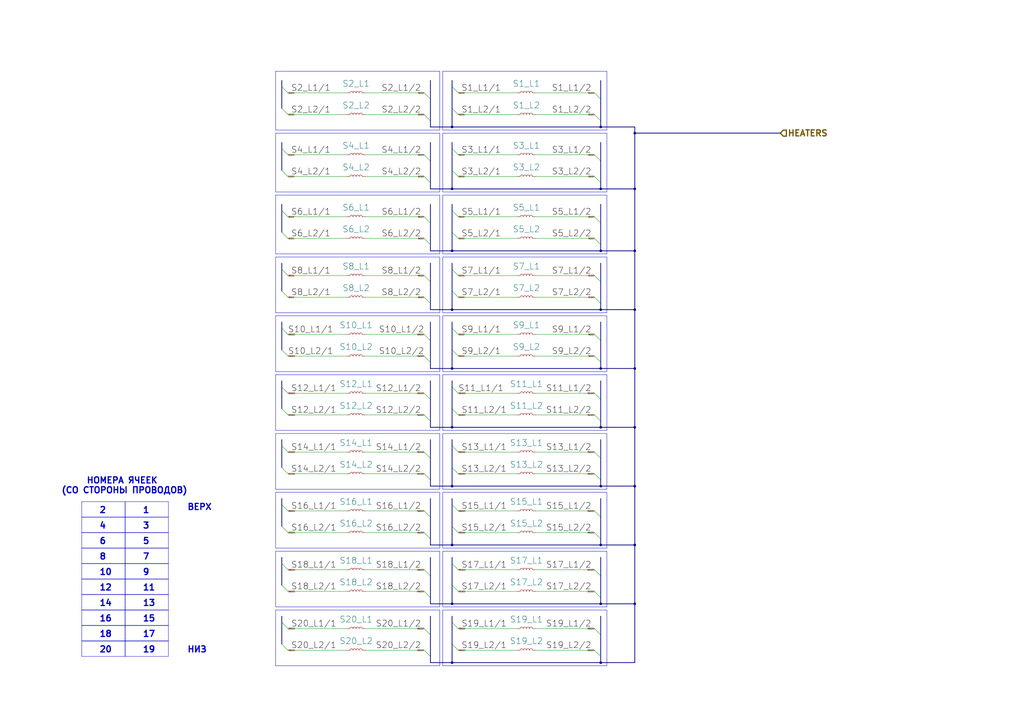
<source format=kicad_sch>
(kicad_sch (version 20231120) (generator "eeschema") (generator_version "8.0")
  (paper "A3")
  (lib_symbols
    (symbol "Device:L" (pin_numbers hide) (pin_names (offset 1.016) hide)
      (property "Reference" "L" (at -1.27 0 90))
      (property "Value" "L" (at 1.905 0 90))
      (symbol "L_0_1"
        (arc (start 0 -2.54) (mid 0.6323 -1.905) (end 0 -1.27))
        (arc (start 0 -1.27) (mid 0.6323 -0.635) (end 0 0))
        (arc (start 0 0) (mid 0.6323 0.635) (end 0 1.27))
        (arc (start 0 1.27) (mid 0.6323 1.905) (end 0 2.54))
      )
      (symbol "L_1_1"
        (pin passive line (at 0 3.81 270) (length 1.27) (name "1") (number "1"))
        (pin passive line (at 0 -3.81 90) (length 1.27) (name "2") (number "2"))
      )
    )
  )
  (junction (at 185.42 175.26))
  (junction (at 260.35 127))
  (junction (at 246.38 127))
  (junction (at 185.42 151.13))
  (junction (at 246.38 175.26))
  (junction (at 246.38 151.13))
  (junction (at 260.35 54.61))
  (junction (at 185.42 247.65))
  (junction (at 185.42 223.52))
  (junction (at 260.35 151.13))
  (junction (at 246.38 77.47))
  (junction (at 185.42 199.39))
  (junction (at 246.38 199.39))
  (junction (at 246.38 247.65))
  (junction (at 260.35 77.47))
  (junction (at 185.42 271.78))
  (junction (at 185.42 77.47))
  (junction (at 185.42 102.87))
  (junction (at 260.35 102.87))
  (junction (at 260.35 175.26))
  (junction (at 260.35 199.39))
  (junction (at 246.38 52.07))
  (junction (at 185.42 52.07))
  (junction (at 246.38 223.52))
  (junction (at 260.35 247.65))
  (junction (at 185.42 127))
  (junction (at 246.38 102.87))
  (junction (at 246.38 271.78))
  (junction (at 260.35 223.52))
  (bus_entry (at 185.42 110.49) (size 2.54 2.54))
  (bus_entry (at 243.84 233.68) (size 2.54 2.54))
  (bus_entry (at 115.57 240.03) (size 2.54 2.54))
  (bus_entry (at 185.42 255.27) (size 2.54 2.54))
  (bus_entry (at 173.99 161.29) (size 2.54 2.54))
  (bus_entry (at 115.57 182.88) (size 2.54 2.54))
  (bus_entry (at 243.84 97.79) (size 2.54 2.54))
  (bus_entry (at 115.57 134.62) (size 2.54 2.54))
  (bus_entry (at 243.84 194.31) (size 2.54 2.54))
  (bus_entry (at 185.42 134.62) (size 2.54 2.54))
  (bus_entry (at 185.42 44.45) (size 2.54 2.54))
  (bus_entry (at 173.99 233.68) (size 2.54 2.54))
  (bus_entry (at 243.84 72.39) (size 2.54 2.54))
  (bus_entry (at 115.57 215.9) (size 2.54 2.54))
  (bus_entry (at 115.57 60.96) (size 2.54 2.54))
  (bus_entry (at 173.99 146.05) (size 2.54 2.54))
  (bus_entry (at 243.84 161.29) (size 2.54 2.54))
  (bus_entry (at 185.42 95.25) (size 2.54 2.54))
  (bus_entry (at 115.57 95.25) (size 2.54 2.54))
  (bus_entry (at 115.57 255.27) (size 2.54 2.54))
  (bus_entry (at 173.99 185.42) (size 2.54 2.54))
  (bus_entry (at 173.99 209.55) (size 2.54 2.54))
  (bus_entry (at 115.57 35.56) (size 2.54 2.54))
  (bus_entry (at 173.99 218.44) (size 2.54 2.54))
  (bus_entry (at 243.84 88.9) (size 2.54 2.54))
  (bus_entry (at 185.42 231.14) (size 2.54 2.54))
  (bus_entry (at 115.57 110.49) (size 2.54 2.54))
  (bus_entry (at 115.57 207.01) (size 2.54 2.54))
  (bus_entry (at 115.57 69.85) (size 2.54 2.54))
  (bus_entry (at 185.42 143.51) (size 2.54 2.54))
  (bus_entry (at 115.57 264.16) (size 2.54 2.54))
  (bus_entry (at 173.99 72.39) (size 2.54 2.54))
  (bus_entry (at 173.99 242.57) (size 2.54 2.54))
  (bus_entry (at 243.84 170.18) (size 2.54 2.54))
  (bus_entry (at 173.99 194.31) (size 2.54 2.54))
  (bus_entry (at 243.84 38.1) (size 2.54 2.54))
  (bus_entry (at 173.99 266.7) (size 2.54 2.54))
  (bus_entry (at 185.42 215.9) (size 2.54 2.54))
  (bus_entry (at 185.42 191.77) (size 2.54 2.54))
  (bus_entry (at 115.57 158.75) (size 2.54 2.54))
  (bus_entry (at 115.57 143.51) (size 2.54 2.54))
  (bus_entry (at 173.99 170.18) (size 2.54 2.54))
  (bus_entry (at 173.99 38.1) (size 2.54 2.54))
  (bus_entry (at 243.84 146.05) (size 2.54 2.54))
  (bus_entry (at 243.84 121.92) (size 2.54 2.54))
  (bus_entry (at 243.84 137.16) (size 2.54 2.54))
  (bus_entry (at 243.84 266.7) (size 2.54 2.54))
  (bus_entry (at 173.99 46.99) (size 2.54 2.54))
  (bus_entry (at 185.42 182.88) (size 2.54 2.54))
  (bus_entry (at 115.57 86.36) (size 2.54 2.54))
  (bus_entry (at 185.42 86.36) (size 2.54 2.54))
  (bus_entry (at 243.84 113.03) (size 2.54 2.54))
  (bus_entry (at 185.42 207.01) (size 2.54 2.54))
  (bus_entry (at 173.99 97.79) (size 2.54 2.54))
  (bus_entry (at 185.42 264.16) (size 2.54 2.54))
  (bus_entry (at 115.57 167.64) (size 2.54 2.54))
  (bus_entry (at 185.42 240.03) (size 2.54 2.54))
  (bus_entry (at 185.42 158.75) (size 2.54 2.54))
  (bus_entry (at 115.57 191.77) (size 2.54 2.54))
  (bus_entry (at 173.99 121.92) (size 2.54 2.54))
  (bus_entry (at 185.42 69.85) (size 2.54 2.54))
  (bus_entry (at 173.99 88.9) (size 2.54 2.54))
  (bus_entry (at 173.99 137.16) (size 2.54 2.54))
  (bus_entry (at 115.57 119.38) (size 2.54 2.54))
  (bus_entry (at 243.84 209.55) (size 2.54 2.54))
  (bus_entry (at 185.42 35.56) (size 2.54 2.54))
  (bus_entry (at 173.99 113.03) (size 2.54 2.54))
  (bus_entry (at 185.42 119.38) (size 2.54 2.54))
  (bus_entry (at 185.42 167.64) (size 2.54 2.54))
  (bus_entry (at 243.84 185.42) (size 2.54 2.54))
  (bus_entry (at 243.84 242.57) (size 2.54 2.54))
  (bus_entry (at 185.42 60.96) (size 2.54 2.54))
  (bus_entry (at 243.84 218.44) (size 2.54 2.54))
  (bus_entry (at 173.99 257.81) (size 2.54 2.54))
  (bus_entry (at 243.84 46.99) (size 2.54 2.54))
  (bus_entry (at 243.84 257.81) (size 2.54 2.54))
  (bus_entry (at 173.99 63.5) (size 2.54 2.54))
  (bus_entry (at 115.57 44.45) (size 2.54 2.54))
  (bus_entry (at 115.57 231.14) (size 2.54 2.54))
  (bus_entry (at 243.84 63.5) (size 2.54 2.54))
  (wire (pts (xy 149.86 146.05) (xy 173.99 146.05)))
  (wire (pts (xy 219.71 88.9) (xy 243.84 88.9)))
  (bus (pts (xy 176.53 247.65) (xy 185.42 247.65)))
  (bus (pts (xy 185.42 86.36) (xy 185.42 95.25)))
  (wire (pts (xy 118.11 97.79) (xy 142.24 97.79)))
  (bus (pts (xy 260.35 127) (xy 260.35 151.13)))
  (bus (pts (xy 246.38 139.7) (xy 246.38 148.59)))
  (bus (pts (xy 246.38 199.39) (xy 260.35 199.39)))
  (wire (pts (xy 118.11 170.18) (xy 142.24 170.18)))
  (wire (pts (xy 173.99 218.44) (xy 149.86 218.44)))
  (bus (pts (xy 176.53 151.13) (xy 185.42 151.13)))
  (bus (pts (xy 246.38 33.02) (xy 246.38 40.64)))
  (wire (pts (xy 173.99 121.92) (xy 149.86 121.92)))
  (wire (pts (xy 118.11 209.55) (xy 142.24 209.55)))
  (wire (pts (xy 187.96 113.03) (xy 212.09 113.03)))
  (bus (pts (xy 260.35 54.61) (xy 260.35 77.47)))
  (wire (pts (xy 219.71 38.1) (xy 243.84 38.1)))
  (wire (pts (xy 118.11 38.1) (xy 142.24 38.1)))
  (bus (pts (xy 185.42 35.56) (xy 185.42 44.45)))
  (bus (pts (xy 115.57 83.82) (xy 115.57 86.36)))
  (bus (pts (xy 176.53 204.47) (xy 176.53 212.09)))
  (bus (pts (xy 185.42 255.27) (xy 185.42 264.16)))
  (wire (pts (xy 219.71 146.05) (xy 243.84 146.05)))
  (bus (pts (xy 185.42 231.14) (xy 185.42 240.03)))
  (bus (pts (xy 176.53 252.73) (xy 176.53 260.35)))
  (wire (pts (xy 219.71 257.81) (xy 243.84 257.81)))
  (bus (pts (xy 115.57 107.95) (xy 115.57 110.49)))
  (bus (pts (xy 176.53 49.53) (xy 176.53 52.07)))
  (wire (pts (xy 118.11 63.5) (xy 142.24 63.5)))
  (bus (pts (xy 176.53 271.78) (xy 185.42 271.78)))
  (bus (pts (xy 246.38 107.95) (xy 246.38 115.57)))
  (bus (pts (xy 246.38 91.44) (xy 246.38 100.33)))
  (bus (pts (xy 246.38 228.6) (xy 246.38 236.22)))
  (bus (pts (xy 176.53 115.57) (xy 176.53 124.46)))
  (wire (pts (xy 187.96 194.31) (xy 212.09 194.31)))
  (wire (pts (xy 187.96 209.55) (xy 212.09 209.55)))
  (bus (pts (xy 246.38 151.13) (xy 260.35 151.13)))
  (bus (pts (xy 185.42 127) (xy 246.38 127)))
  (bus (pts (xy 185.42 95.25) (xy 185.42 102.87)))
  (bus (pts (xy 246.38 74.93) (xy 246.38 77.47)))
  (bus (pts (xy 176.53 156.21) (xy 176.53 163.83)))
  (wire (pts (xy 187.96 63.5) (xy 212.09 63.5)))
  (wire (pts (xy 173.99 209.55) (xy 149.86 209.55)))
  (bus (pts (xy 176.53 132.08) (xy 176.53 139.7)))
  (wire (pts (xy 187.96 185.42) (xy 212.09 185.42)))
  (bus (pts (xy 185.42 204.47) (xy 185.42 207.01)))
  (bus (pts (xy 176.53 74.93) (xy 176.53 77.47)))
  (bus (pts (xy 185.42 167.64) (xy 185.42 175.26)))
  (bus (pts (xy 185.42 271.78) (xy 246.38 271.78)))
  (bus (pts (xy 185.42 207.01) (xy 185.42 215.9)))
  (bus (pts (xy 185.42 69.85) (xy 185.42 77.47)))
  (bus (pts (xy 185.42 77.47) (xy 246.38 77.47)))
  (wire (pts (xy 219.71 121.92) (xy 243.84 121.92)))
  (bus (pts (xy 185.42 33.02) (xy 185.42 35.56)))
  (bus (pts (xy 185.42 215.9) (xy 185.42 223.52)))
  (bus (pts (xy 176.53 100.33) (xy 176.53 102.87)))
  (wire (pts (xy 118.11 218.44) (xy 142.24 218.44)))
  (bus (pts (xy 185.42 83.82) (xy 185.42 86.36)))
  (bus (pts (xy 176.53 245.11) (xy 176.53 247.65)))
  (wire (pts (xy 118.11 121.92) (xy 142.24 121.92)))
  (bus (pts (xy 246.38 49.53) (xy 246.38 52.07)))
  (bus (pts (xy 176.53 127) (xy 185.42 127)))
  (bus (pts (xy 246.38 66.04) (xy 246.38 74.93)))
  (bus (pts (xy 260.35 102.87) (xy 260.35 127)))
  (wire (pts (xy 118.11 233.68) (xy 142.24 233.68)))
  (bus (pts (xy 185.42 264.16) (xy 185.42 271.78)))
  (wire (pts (xy 187.96 266.7) (xy 212.09 266.7)))
  (wire (pts (xy 118.11 46.99) (xy 142.24 46.99)))
  (bus (pts (xy 115.57 58.42) (xy 115.57 60.96)))
  (bus (pts (xy 115.57 60.96) (xy 115.57 69.85)))
  (bus (pts (xy 115.57 204.47) (xy 115.57 207.01)))
  (bus (pts (xy 176.53 212.09) (xy 176.53 220.98)))
  (bus (pts (xy 246.38 115.57) (xy 246.38 124.46)))
  (bus (pts (xy 185.42 182.88) (xy 185.42 191.77)))
  (bus (pts (xy 115.57 182.88) (xy 115.57 191.77)))
  (bus (pts (xy 176.53 269.24) (xy 176.53 271.78)))
  (bus (pts (xy 185.42 151.13) (xy 246.38 151.13)))
  (bus (pts (xy 185.42 132.08) (xy 185.42 134.62)))
  (bus (pts (xy 185.42 199.39) (xy 246.38 199.39)))
  (wire (pts (xy 187.96 170.18) (xy 212.09 170.18)))
  (bus (pts (xy 115.57 132.08) (xy 115.57 134.62)))
  (wire (pts (xy 118.11 194.31) (xy 142.24 194.31)))
  (wire (pts (xy 118.11 266.7) (xy 142.24 266.7)))
  (bus (pts (xy 246.38 247.65) (xy 260.35 247.65)))
  (wire (pts (xy 219.71 233.68) (xy 243.84 233.68)))
  (wire (pts (xy 118.11 242.57) (xy 142.24 242.57)))
  (wire (pts (xy 219.71 97.79) (xy 243.84 97.79)))
  (bus (pts (xy 246.38 77.47) (xy 260.35 77.47)))
  (wire (pts (xy 173.99 170.18) (xy 149.86 170.18)))
  (bus (pts (xy 176.53 139.7) (xy 176.53 148.59)))
  (bus (pts (xy 176.53 187.96) (xy 176.53 196.85)))
  (bus (pts (xy 246.38 102.87) (xy 260.35 102.87)))
  (bus (pts (xy 246.38 100.33) (xy 246.38 102.87)))
  (bus (pts (xy 246.38 245.11) (xy 246.38 247.65)))
  (bus (pts (xy 176.53 163.83) (xy 176.53 172.72)))
  (wire (pts (xy 187.96 121.92) (xy 212.09 121.92)))
  (bus (pts (xy 246.38 132.08) (xy 246.38 139.7)))
  (bus (pts (xy 260.35 175.26) (xy 260.35 199.39)))
  (bus (pts (xy 176.53 172.72) (xy 176.53 175.26)))
  (bus (pts (xy 176.53 180.34) (xy 176.53 187.96)))
  (bus (pts (xy 185.42 158.75) (xy 185.42 167.64)))
  (wire (pts (xy 173.99 88.9) (xy 149.86 88.9)))
  (bus (pts (xy 246.38 212.09) (xy 246.38 220.98)))
  (bus (pts (xy 260.35 223.52) (xy 260.35 247.65)))
  (bus (pts (xy 246.38 236.22) (xy 246.38 245.11)))
  (wire (pts (xy 187.96 88.9) (xy 212.09 88.9)))
  (wire (pts (xy 118.11 257.81) (xy 142.24 257.81)))
  (bus (pts (xy 185.42 134.62) (xy 185.42 143.51)))
  (bus (pts (xy 176.53 196.85) (xy 176.53 199.39)))
  (bus (pts (xy 185.42 119.38) (xy 185.42 127)))
  (wire (pts (xy 118.11 72.39) (xy 142.24 72.39)))
  (bus (pts (xy 185.42 228.6) (xy 185.42 231.14)))
  (wire (pts (xy 187.96 242.57) (xy 212.09 242.57)))
  (wire (pts (xy 187.96 161.29) (xy 212.09 161.29)))
  (wire (pts (xy 187.96 72.39) (xy 212.09 72.39)))
  (wire (pts (xy 173.99 185.42) (xy 149.86 185.42)))
  (wire (pts (xy 219.71 185.42) (xy 243.84 185.42)))
  (wire (pts (xy 187.96 233.68) (xy 212.09 233.68)))
  (bus (pts (xy 185.42 175.26) (xy 246.38 175.26)))
  (wire (pts (xy 219.71 209.55) (xy 243.84 209.55)))
  (bus (pts (xy 260.35 199.39) (xy 260.35 223.52)))
  (bus (pts (xy 176.53 260.35) (xy 176.53 269.24)))
  (bus (pts (xy 115.57 180.34) (xy 115.57 182.88)))
  (bus (pts (xy 185.42 102.87) (xy 246.38 102.87)))
  (wire (pts (xy 173.99 161.29) (xy 149.86 161.29)))
  (bus (pts (xy 176.53 77.47) (xy 185.42 77.47)))
  (bus (pts (xy 115.57 156.21) (xy 115.57 158.75)))
  (bus (pts (xy 176.53 66.04) (xy 176.53 74.93)))
  (bus (pts (xy 246.38 52.07) (xy 260.35 52.07)))
  (wire (pts (xy 219.71 137.16) (xy 243.84 137.16)))
  (wire (pts (xy 173.99 113.03) (xy 149.86 113.03)))
  (bus (pts (xy 115.57 86.36) (xy 115.57 95.25)))
  (bus (pts (xy 176.53 199.39) (xy 185.42 199.39)))
  (bus (pts (xy 176.53 33.02) (xy 176.53 40.64)))
  (bus (pts (xy 185.42 180.34) (xy 185.42 182.88)))
  (wire (pts (xy 187.96 257.81) (xy 212.09 257.81)))
  (wire (pts (xy 118.11 113.03) (xy 142.24 113.03)))
  (bus (pts (xy 185.42 223.52) (xy 246.38 223.52)))
  (bus (pts (xy 246.38 260.35) (xy 246.38 269.24)))
  (bus (pts (xy 115.57 110.49) (xy 115.57 119.38)))
  (bus (pts (xy 115.57 35.56) (xy 115.57 44.45)))
  (bus (pts (xy 185.42 252.73) (xy 185.42 255.27)))
  (wire (pts (xy 173.99 257.81) (xy 149.86 257.81)))
  (bus (pts (xy 176.53 102.87) (xy 185.42 102.87)))
  (wire (pts (xy 219.71 63.5) (xy 243.84 63.5)))
  (wire (pts (xy 173.99 72.39) (xy 149.86 72.39)))
  (bus (pts (xy 115.57 228.6) (xy 115.57 231.14)))
  (wire (pts (xy 219.71 266.7) (xy 243.84 266.7)))
  (bus (pts (xy 260.35 54.61) (xy 320.04 54.61)))
  (wire (pts (xy 187.96 137.16) (xy 212.09 137.16)))
  (wire (pts (xy 219.71 72.39) (xy 243.84 72.39)))
  (wire (pts (xy 118.11 146.05) (xy 142.24 146.05)))
  (wire (pts (xy 173.99 63.5) (xy 149.86 63.5)))
  (bus (pts (xy 185.42 110.49) (xy 185.42 119.38)))
  (bus (pts (xy 246.38 172.72) (xy 246.38 175.26)))
  (wire (pts (xy 118.11 185.42) (xy 142.24 185.42)))
  (bus (pts (xy 176.53 223.52) (xy 185.42 223.52)))
  (wire (pts (xy 173.99 46.99) (xy 149.86 46.99)))
  (bus (pts (xy 260.35 151.13) (xy 260.35 175.26)))
  (bus (pts (xy 246.38 124.46) (xy 246.38 127)))
  (bus (pts (xy 260.35 77.47) (xy 260.35 102.87)))
  (bus (pts (xy 246.38 196.85) (xy 246.38 199.39)))
  (bus (pts (xy 246.38 204.47) (xy 246.38 212.09)))
  (wire (pts (xy 173.99 233.68) (xy 149.86 233.68)))
  (bus (pts (xy 260.35 271.78) (xy 260.35 247.65)))
  (bus (pts (xy 185.42 60.96) (xy 185.42 69.85)))
  (bus (pts (xy 246.38 187.96) (xy 246.38 196.85)))
  (wire (pts (xy 187.96 146.05) (xy 212.09 146.05)))
  (bus (pts (xy 246.38 163.83) (xy 246.38 172.72)))
  (wire (pts (xy 187.96 218.44) (xy 212.09 218.44)))
  (bus (pts (xy 185.42 247.65) (xy 246.38 247.65)))
  (wire (pts (xy 187.96 97.79) (xy 212.09 97.79)))
  (bus (pts (xy 185.42 191.77) (xy 185.42 199.39)))
  (wire (pts (xy 173.99 266.7) (xy 149.86 266.7)))
  (wire (pts (xy 173.99 242.57) (xy 149.86 242.57)))
  (bus (pts (xy 246.38 271.78) (xy 260.35 271.78)))
  (bus (pts (xy 115.57 207.01) (xy 115.57 215.9)))
  (wire (pts (xy 219.71 194.31) (xy 243.84 194.31)))
  (bus (pts (xy 246.38 156.21) (xy 246.38 163.83)))
  (bus (pts (xy 246.38 269.24) (xy 246.38 271.78)))
  (wire (pts (xy 187.96 38.1) (xy 212.09 38.1)))
  (bus (pts (xy 185.42 107.95) (xy 185.42 110.49)))
  (bus (pts (xy 260.35 52.07) (xy 260.35 54.61)))
  (bus (pts (xy 115.57 158.75) (xy 115.57 167.64)))
  (bus (pts (xy 115.57 252.73) (xy 115.57 255.27)))
  (wire (pts (xy 149.86 137.16) (xy 173.99 137.16)))
  (bus (pts (xy 246.38 83.82) (xy 246.38 91.44)))
  (bus (pts (xy 176.53 52.07) (xy 185.42 52.07)))
  (bus (pts (xy 176.53 83.82) (xy 176.53 91.44)))
  (wire (pts (xy 118.11 88.9) (xy 142.24 88.9)))
  (bus (pts (xy 185.42 240.03) (xy 185.42 247.65)))
  (bus (pts (xy 176.53 220.98) (xy 176.53 223.52)))
  (bus (pts (xy 176.53 40.64) (xy 176.53 49.53)))
  (bus (pts (xy 176.53 148.59) (xy 176.53 151.13)))
  (bus (pts (xy 176.53 124.46) (xy 176.53 127)))
  (wire (pts (xy 219.71 170.18) (xy 243.84 170.18)))
  (bus (pts (xy 176.53 58.42) (xy 176.53 66.04)))
  (bus (pts (xy 115.57 134.62) (xy 115.57 143.51)))
  (bus (pts (xy 246.38 58.42) (xy 246.38 66.04)))
  (bus (pts (xy 176.53 236.22) (xy 176.53 245.11)))
  (bus (pts (xy 246.38 175.26) (xy 260.35 175.26)))
  (wire (pts (xy 219.71 242.57) (xy 243.84 242.57)))
  (wire (pts (xy 173.99 194.31) (xy 149.86 194.31)))
  (bus (pts (xy 246.38 223.52) (xy 260.35 223.52)))
  (bus (pts (xy 246.38 40.64) (xy 246.38 49.53)))
  (bus (pts (xy 246.38 252.73) (xy 246.38 260.35)))
  (bus (pts (xy 246.38 127) (xy 260.35 127)))
  (bus (pts (xy 185.42 44.45) (xy 185.42 52.07)))
  (bus (pts (xy 176.53 228.6) (xy 176.53 236.22)))
  (wire (pts (xy 173.99 38.1) (xy 149.86 38.1)))
  (wire (pts (xy 173.99 97.79) (xy 149.86 97.79)))
  (bus (pts (xy 185.42 52.07) (xy 246.38 52.07)))
  (wire (pts (xy 118.11 161.29) (xy 142.24 161.29)))
  (bus (pts (xy 185.42 156.21) (xy 185.42 158.75)))
  (bus (pts (xy 246.38 148.59) (xy 246.38 151.13)))
  (bus (pts (xy 115.57 231.14) (xy 115.57 240.03)))
  (wire (pts (xy 219.71 113.03) (xy 243.84 113.03)))
  (wire (pts (xy 219.71 161.29) (xy 243.84 161.29)))
  (bus (pts (xy 176.53 107.95) (xy 176.53 115.57)))
  (wire (pts (xy 219.71 46.99) (xy 243.84 46.99)))
  (bus (pts (xy 176.53 91.44) (xy 176.53 100.33)))
  (wire (pts (xy 219.71 218.44) (xy 243.84 218.44)))
  (bus (pts (xy 115.57 33.02) (xy 115.57 35.56)))
  (bus (pts (xy 115.57 255.27) (xy 115.57 264.16)))
  (bus (pts (xy 246.38 180.34) (xy 246.38 187.96)))
  (wire (pts (xy 118.11 137.16) (xy 142.24 137.16)))
  (bus (pts (xy 185.42 58.42) (xy 185.42 60.96)))
  (bus (pts (xy 185.42 143.51) (xy 185.42 151.13)))
  (bus (pts (xy 246.38 220.98) (xy 246.38 223.52)))
  (bus (pts (xy 176.53 175.26) (xy 185.42 175.26)))
  (wire (pts (xy 187.96 46.99) (xy 212.09 46.99)))
  (rectangle (start 181.61 250.19) (end 248.92 273.05))
  (rectangle (start 113.03 226.06) (end 180.34 248.92))
  (rectangle (start 51.308 205.74) (end 69.088 212.09))
  (rectangle (start 181.61 153.67) (end 248.92 176.53))
  (rectangle (start 33.528 231.14) (end 51.308 237.49))
  (rectangle (start 33.528 205.74) (end 51.308 212.09))
  (rectangle (start 181.61 201.93) (end 248.92 224.79))
  (rectangle (start 181.61 129.54) (end 248.92 152.4))
  (rectangle (start 33.528 243.84) (end 51.308 250.19))
  (rectangle (start 51.308 224.79) (end 69.088 231.14))
  (rectangle (start 113.03 105.41) (end 180.34 128.27))
  (rectangle (start 113.03 80.01) (end 180.34 104.14))
  (rectangle (start 51.308 218.44) (end 69.088 224.79))
  (rectangle (start 51.308 212.09) (end 69.088 218.44))
  (rectangle (start 181.61 29.21) (end 248.92 53.34))
  (rectangle (start 51.308 237.49) (end 69.088 243.84))
  (rectangle (start 113.03 250.19) (end 180.34 273.05))
  (rectangle (start 181.61 105.41) (end 248.92 128.27))
  (rectangle (start 33.528 218.44) (end 51.308 224.79))
  (rectangle (start 113.03 29.21) (end 180.34 53.34))
  (rectangle (start 181.61 54.61) (end 248.92 78.74))
  (rectangle (start 51.308 243.84) (end 69.088 250.19))
  (rectangle (start 33.528 256.54) (end 51.308 262.89))
  (rectangle (start 181.61 177.8) (end 248.92 200.66))
  (rectangle (start 181.61 226.06) (end 248.92 248.92))
  (rectangle (start 51.308 256.54) (end 69.088 262.89))
  (rectangle (start 113.03 177.8) (end 180.34 200.66))
  (rectangle (start 51.308 250.19) (end 69.088 256.54))
  (rectangle (start 113.03 201.93) (end 180.34 224.79))
  (rectangle (start 113.03 153.67) (end 180.34 176.53))
  (rectangle (start 33.528 250.19) (end 51.308 256.54))
  (rectangle (start 51.308 262.89) (end 69.088 269.24))
  (rectangle (start 181.61 80.01) (end 248.92 104.14))
  (rectangle (start 51.308 231.14) (end 69.088 237.49))
  (rectangle (start 33.528 262.89) (end 51.308 269.24))
  (rectangle (start 33.528 224.79) (end 51.308 231.14))
  (rectangle (start 113.03 54.61) (end 180.34 78.74))
  (rectangle (start 113.03 129.54) (end 180.34 152.4))
  (rectangle (start 33.528 212.09) (end 51.308 218.44))
  (rectangle (start 33.528 237.49) (end 51.308 243.84))
  (text "6" (at 40.64 223.52 0) (effects (font (size 2.5 2.5) (thickness 0.5) (bold yes)) (justify left bottom)))
  (text "7" (at 58.42 229.87 0) (effects (font (size 2.5 2.5) (thickness 0.5) (bold yes)) (justify left bottom)))
  (text "ВЕРХ" (at 76.708 209.55 0) (effects (font (size 2.5 2.5) (thickness 0.5) (bold yes)) (justify left bottom)))
  (text "3" (at 58.42 217.17 0) (effects (font (size 2.5 2.5) (thickness 0.5) (bold yes)) (justify left bottom)))
  (text "14" (at 40.64 248.92 0) (effects (font (size 2.5 2.5) (thickness 0.5) (bold yes)) (justify left bottom)))
  (text "12" (at 40.64 242.57 0) (effects (font (size 2.5 2.5) (thickness 0.5) (bold yes)) (justify left bottom)))
  (text "19" (at 58.42 267.97 0) (effects (font (size 2.5 2.5) (thickness 0.5) (bold yes)) (justify left bottom)))
  (text "20" (at 40.64 267.97 0) (effects (font (size 2.5 2.5) (thickness 0.5) (bold yes)) (justify left bottom)))
  (text "10" (at 40.64 236.22 0) (effects (font (size 2.5 2.5) (thickness 0.5) (bold yes)) (justify left bottom)))
  (text "9" (at 58.42 236.22 0) (effects (font (size 2.5 2.5) (thickness 0.5) (bold yes)) (justify left bottom)))
  (text "НИЗ" (at 76.708 267.97 0) (effects (font (size 2.5 2.5) (thickness 0.5) (bold yes)) (justify left bottom)))
  (text "НОМЕРА ЯЧЕЕК \n(СО СТОРОНЫ ПРОВОДОВ)" (at 51.054 202.692 0) (effects (font (size 2.5 2.5) (thickness 0.5) (bold yes)) (justify bottom)))
  (text "15" (at 58.42 255.27 0) (effects (font (size 2.5 2.5) (thickness 0.5) (bold yes)) (justify left bottom)))
  (text "13" (at 58.42 248.92 0) (effects (font (size 2.5 2.5) (thickness 0.5) (bold yes)) (justify left bottom)))
  (text "11" (at 58.42 242.57 0) (effects (font (size 2.5 2.5) (thickness 0.5) (bold yes)) (justify left bottom)))
  (text "1" (at 58.42 210.82 0) (effects (font (size 2.5 2.5) (thickness 0.5) (bold yes)) (justify left bottom)))
  (text "16" (at 40.64 255.27 0) (effects (font (size 2.5 2.5) (thickness 0.5) (bold yes)) (justify left bottom)))
  (text "4" (at 40.64 217.17 0) (effects (font (size 2.5 2.5) (thickness 0.5) (bold yes)) (justify left bottom)))
  (text "17" (at 58.42 261.62 0) (effects (font (size 2.5 2.5) (thickness 0.5) (bold yes)) (justify left bottom)))
  (text "2" (at 40.64 210.82 0) (effects (font (size 2.5 2.5) (thickness 0.5) (bold yes)) (justify left bottom)))
  (text "8" (at 40.64 229.87 0) (effects (font (size 2.5 2.5) (thickness 0.5) (bold yes)) (justify left bottom)))
  (text "18" (at 40.64 261.62 0) (effects (font (size 2.5 2.5) (thickness 0.5) (bold yes)) (justify left bottom)))
  (text "5" (at 58.42 223.52 0) (effects (font (size 2.5 2.5) (thickness 0.5) (bold yes)) (justify left bottom)))
  (label "S13_L2{slash}1" (at 189.23 194.31 0) (effects (font (size 2.5 2.5))))
  (label "S11_L1{slash}2" (at 242.57 161.29 180) (effects (font (size 2.5 2.5))))
  (label "S10_L1{slash}2" (at 173.99 137.16 180) (effects (font (size 2.5 2.5))))
  (label "S6_L2{slash}2" (at 172.72 97.79 180) (effects (font (size 2.5 2.5))))
  (label "S5_L2{slash}1" (at 189.23 97.79 0) (effects (font (size 2.5 2.5))))
  (label "S5_L1{slash}2" (at 242.57 88.9 180) (effects (font (size 2.5 2.5))))
  (label "S15_L1{slash}1" (at 189.23 209.55 0) (effects (font (size 2.5 2.5))))
  (label "S15_L2{slash}2" (at 242.57 218.44 180) (effects (font (size 2.5 2.5))))
  (label "S9_L1{slash}2" (at 242.57 137.16 180) (effects (font (size 2.5 2.5))))
  (label "S15_L2{slash}1" (at 189.23 218.44 0) (effects (font (size 2.5 2.5))))
  (label "S11_L2{slash}1" (at 189.23 170.18 0) (effects (font (size 2.5 2.5))))
  (label "S7_L1{slash}2" (at 242.57 113.03 180) (effects (font (size 2.5 2.5))))
  (label "S18_L2{slash}2" (at 172.72 242.57 180) (effects (font (size 2.5 2.5))))
  (label "S2_L1{slash}2" (at 172.72 38.1 180) (effects (font (size 2.5 2.5))))
  (label "S13_L2{slash}2" (at 242.57 194.31 180) (effects (font (size 2.5 2.5))))
  (label "S19_L2{slash}1" (at 189.23 266.7 0) (effects (font (size 2.5 2.5))))
  (label "S18_L1{slash}2" (at 172.72 233.68 180) (effects (font (size 2.5 2.5))))
  (label "S14_L2{slash}1" (at 119.38 194.31 0) (effects (font (size 2.5 2.5))))
  (label "S16_L1{slash}1" (at 119.38 209.55 0) (effects (font (size 2.5 2.5))))
  (label "S7_L2{slash}1" (at 189.23 121.92 0) (effects (font (size 2.5 2.5))))
  (label "S15_L1{slash}2" (at 242.57 209.55 180) (effects (font (size 2.5 2.5))))
  (label "S2_L2{slash}2" (at 172.72 46.99 180) (effects (font (size 2.5 2.5))))
  (label "S7_L2{slash}2" (at 242.57 121.92 180) (effects (font (size 2.5 2.5))))
  (label "S10_L1{slash}1" (at 118.11 137.16 0) (effects (font (size 2.5 2.5))))
  (label "S8_L1{slash}2" (at 172.72 113.03 180) (effects (font (size 2.5 2.5))))
  (label "S6_L2{slash}1" (at 119.38 97.79 0) (effects (font (size 2.5 2.5))))
  (label "S6_L1{slash}2" (at 172.72 88.9 180) (effects (font (size 2.5 2.5))))
  (label "S2_L1{slash}1" (at 119.38 38.1 0) (effects (font (size 2.5 2.5))))
  (label "S4_L2{slash}1" (at 119.38 72.39 0) (effects (font (size 2.5 2.5))))
  (label "S14_L1{slash}1" (at 119.38 185.42 0) (effects (font (size 2.5 2.5))))
  (label "S9_L1{slash}1" (at 189.23 137.16 0) (effects (font (size 2.5 2.5))))
  (label "S13_L1{slash}2" (at 242.57 185.42 180) (effects (font (size 2.5 2.5))))
  (label "S3_L2{slash}1" (at 189.23 72.39 0) (effects (font (size 2.5 2.5))))
  (label "S20_L2{slash}2" (at 172.72 266.7 180) (effects (font (size 2.5 2.5))))
  (label "S9_L2{slash}1" (at 189.23 146.05 0) (effects (font (size 2.5 2.5))))
  (label "S4_L1{slash}2" (at 172.72 63.5 180) (effects (font (size 2.5 2.5))))
  (label "S1_L2{slash}1" (at 189.23 46.99 0) (effects (font (size 2.5 2.5))))
  (label "S7_L1{slash}1" (at 189.23 113.03 0) (effects (font (size 2.5 2.5))))
  (label "S11_L2{slash}2" (at 242.57 170.18 180) (effects (font (size 2.5 2.5))))
  (label "S17_L1{slash}1" (at 189.23 233.68 0) (effects (font (size 2.5 2.5))))
  (label "S12_L1{slash}1" (at 119.38 161.29 0) (effects (font (size 2.5 2.5))))
  (label "S8_L1{slash}1" (at 119.38 113.03 0) (effects (font (size 2.5 2.5))))
  (label "S2_L2{slash}1" (at 119.38 46.99 0) (effects (font (size 2.5 2.5))))
  (label "S20_L1{slash}2" (at 172.72 257.81 180) (effects (font (size 2.5 2.5))))
  (label "S20_L2{slash}1" (at 119.38 266.7 0) (effects (font (size 2.5 2.5))))
  (label "S13_L1{slash}1" (at 189.23 185.42 0) (effects (font (size 2.5 2.5))))
  (label "S8_L2{slash}1" (at 119.38 121.92 0) (effects (font (size 2.5 2.5))))
  (label "S17_L1{slash}2" (at 242.57 233.68 180) (effects (font (size 2.5 2.5))))
  (label "S12_L2{slash}1" (at 119.38 170.18 0) (effects (font (size 2.5 2.5))))
  (label "S12_L2{slash}2" (at 172.72 170.18 180) (effects (font (size 2.5 2.5))))
  (label "S3_L1{slash}1" (at 189.23 63.5 0) (effects (font (size 2.5 2.5))))
  (label "S19_L2{slash}2" (at 242.57 266.7 180) (effects (font (size 2.5 2.5))))
  (label "S20_L1{slash}1" (at 119.38 257.81 0) (effects (font (size 2.5 2.5))))
  (label "S17_L2{slash}1" (at 189.23 242.57 0) (effects (font (size 2.5 2.5))))
  (label "S12_L1{slash}2" (at 172.72 161.29 180) (effects (font (size 2.5 2.5))))
  (label "S4_L1{slash}1" (at 119.38 63.5 0) (effects (font (size 2.5 2.5))))
  (label "S16_L2{slash}1" (at 119.38 218.44 0) (effects (font (size 2.5 2.5))))
  (label "S18_L1{slash}1" (at 119.38 233.68 0) (effects (font (size 2.5 2.5))))
  (label "S1_L2{slash}2" (at 242.57 46.99 180) (effects (font (size 2.5 2.5))))
  (label "S14_L1{slash}2" (at 172.72 185.42 180) (effects (font (size 2.5 2.5))))
  (label "S17_L2{slash}2" (at 242.57 242.57 180) (effects (font (size 2.5 2.5))))
  (label "S19_L1{slash}2" (at 242.57 257.81 180) (effects (font (size 2.5 2.5))))
  (label "S10_L2{slash}1" (at 118.11 146.05 0) (effects (font (size 2.5 2.5))))
  (label "S10_L2{slash}2" (at 173.99 146.05 180) (effects (font (size 2.5 2.5))))
  (label "S11_L1{slash}1" (at 187.96 161.29 0) (effects (font (size 2.5 2.5))))
  (label "S9_L2{slash}2" (at 242.57 146.05 180) (effects (font (size 2.5 2.5))))
  (label "S14_L2{slash}2" (at 172.72 194.31 180) (effects (font (size 2.5 2.5))))
  (label "S16_L1{slash}2" (at 172.72 209.55 180) (effects (font (size 2.5 2.5))))
  (label "S8_L2{slash}2" (at 172.72 121.92 180) (effects (font (size 2.5 2.5))))
  (label "S1_L1{slash}1" (at 189.23 38.1 0) (effects (font (size 2.5 2.5))))
  (label "S5_L1{slash}1" (at 189.23 88.9 0) (effects (font (size 2.5 2.5))))
  (label "S1_L1{slash}2" (at 242.57 38.1 180) (effects (font (size 2.5 2.5))))
  (label "S3_L2{slash}2" (at 242.57 72.39 180) (effects (font (size 2.5 2.5))))
  (label "S19_L1{slash}1" (at 189.23 257.81 0) (effects (font (size 2.5 2.5))))
  (label "S16_L2{slash}2" (at 172.72 218.44 180) (effects (font (size 2.5 2.5))))
  (label "S4_L2{slash}2" (at 172.72 72.39 180) (effects (font (size 2.5 2.5))))
  (label "S5_L2{slash}2" (at 242.57 97.79 180) (effects (font (size 2.5 2.5))))
  (label "S18_L2{slash}1" (at 119.38 242.57 0) (effects (font (size 2.5 2.5))))
  (label "S3_L1{slash}2" (at 242.57 63.5 180) (effects (font (size 2.5 2.5))))
  (label "S6_L1{slash}1" (at 119.38 88.9 0) (effects (font (size 2.5 2.5))))
  (global_label "S17_L1{slash}1" (shape input) (at 187.96 233.68 0) (effects (font (size 0.3 0.3))) (property "Intersheetrefs" "${INTERSHEET_REFS}" (effects (hide yes))))
  (global_label "S8_L1{slash}1" (shape input) (at 118.11 113.03 0) (effects (font (size 0.3 0.3))) (property "Intersheetrefs" "${INTERSHEET_REFS}" (effects (hide yes))))
  (global_label "S6_L1{slash}1" (shape input) (at 118.11 88.9 0) (effects (font (size 0.3 0.3))) (property "Intersheetrefs" "${INTERSHEET_REFS}" (effects (hide yes))))
  (global_label "S6_L1{slash}2" (shape input) (at 173.99 88.9 180) (effects (font (size 0.3 0.3))) (property "Intersheetrefs" "${INTERSHEET_REFS}" (effects (hide yes))))
  (global_label "S8_L2{slash}2" (shape input) (at 173.99 121.92 180) (effects (font (size 0.3 0.3))) (property "Intersheetrefs" "${INTERSHEET_REFS}" (effects (hide yes))))
  (global_label "S4_L2{slash}2" (shape input) (at 173.99 72.39 180) (effects (font (size 0.3 0.3))) (property "Intersheetrefs" "${INTERSHEET_REFS}" (effects (hide yes))))
  (global_label "S14_L1{slash}1" (shape input) (at 118.11 185.42 0) (effects (font (size 0.3 0.3))) (property "Intersheetrefs" "${INTERSHEET_REFS}" (effects (hide yes))))
  (global_label "S17_L2{slash}1" (shape input) (at 187.96 242.57 0) (effects (font (size 0.3 0.3))) (property "Intersheetrefs" "${INTERSHEET_REFS}" (effects (hide yes))))
  (global_label "S10_L1{slash}2" (shape input) (at 173.99 137.16 180) (effects (font (size 0.3 0.3))) (property "Intersheetrefs" "${INTERSHEET_REFS}" (effects (hide yes))))
  (global_label "S7_L2{slash}2" (shape input) (at 243.84 121.92 180) (effects (font (size 0.3 0.3))) (property "Intersheetrefs" "${INTERSHEET_REFS}" (effects (hide yes))))
  (global_label "S14_L1{slash}2" (shape input) (at 173.99 185.42 180) (effects (font (size 0.3 0.3))) (property "Intersheetrefs" "${INTERSHEET_REFS}" (effects (hide yes))))
  (global_label "S4_L1{slash}2" (shape input) (at 173.99 63.5 180) (effects (font (size 0.3 0.3))) (property "Intersheetrefs" "${INTERSHEET_REFS}" (effects (hide yes))))
  (global_label "S7_L2{slash}1" (shape input) (at 187.96 121.92 0) (effects (font (size 0.3 0.3))) (property "Intersheetrefs" "${INTERSHEET_REFS}" (effects (hide yes))))
  (global_label "S18_L1{slash}1" (shape input) (at 118.11 233.68 0) (effects (font (size 0.3 0.3))) (property "Intersheetrefs" "${INTERSHEET_REFS}" (effects (hide yes))))
  (global_label "S11_L1{slash}2" (shape input) (at 243.84 161.29 180) (effects (font (size 0.3 0.3))) (property "Intersheetrefs" "${INTERSHEET_REFS}" (effects (hide yes))))
  (global_label "S20_L2{slash}1" (shape input) (at 118.11 266.7 0) (effects (font (size 0.3 0.3))) (property "Intersheetrefs" "${INTERSHEET_REFS}" (effects (hide yes))))
  (global_label "S15_L2{slash}2" (shape input) (at 243.84 218.44 180) (effects (font (size 0.3 0.3))) (property "Intersheetrefs" "${INTERSHEET_REFS}" (effects (hide yes))))
  (global_label "S17_L1{slash}2" (shape input) (at 243.84 233.68 180) (effects (font (size 0.3 0.3))) (property "Intersheetrefs" "${INTERSHEET_REFS}" (effects (hide yes))))
  (global_label "S20_L1{slash}1" (shape input) (at 118.11 257.81 0) (effects (font (size 0.3 0.3))) (property "Intersheetrefs" "${INTERSHEET_REFS}" (effects (hide yes))))
  (global_label "S3_L1{slash}2" (shape input) (at 243.84 63.5 180) (effects (font (size 0.3 0.3))) (property "Intersheetrefs" "${INTERSHEET_REFS}" (effects (hide yes))))
  (global_label "S14_L2{slash}2" (shape input) (at 173.99 194.31 180) (effects (font (size 0.3 0.3))) (property "Intersheetrefs" "${INTERSHEET_REFS}" (effects (hide yes))))
  (global_label "S16_L2{slash}1" (shape input) (at 118.11 218.44 0) (effects (font (size 0.3 0.3))) (property "Intersheetrefs" "${INTERSHEET_REFS}" (effects (hide yes))))
  (global_label "S2_L2{slash}2" (shape input) (at 173.99 46.99 180) (effects (font (size 0.3 0.3))) (property "Intersheetrefs" "${INTERSHEET_REFS}" (effects (hide yes))))
  (global_label "S11_L1{slash}1" (shape input) (at 187.96 161.29 0) (effects (font (size 0.3 0.3))) (property "Intersheetrefs" "${INTERSHEET_REFS}" (effects (hide yes))))
  (global_label "S3_L2{slash}2" (shape input) (at 243.84 72.39 180) (effects (font (size 0.3 0.3))) (property "Intersheetrefs" "${INTERSHEET_REFS}" (effects (hide yes))))
  (global_label "S3_L1{slash}1" (shape input) (at 187.96 63.5 0) (effects (font (size 0.3 0.3))) (property "Intersheetrefs" "${INTERSHEET_REFS}" (effects (hide yes))))
  (global_label "S1_L1{slash}2" (shape input) (at 243.84 38.1 180) (effects (font (size 0.3 0.3))) (property "Intersheetrefs" "${INTERSHEET_REFS}" (effects (hide yes))))
  (global_label "S6_L2{slash}1" (shape input) (at 118.11 97.79 0) (effects (font (size 0.3 0.3))) (property "Intersheetrefs" "${INTERSHEET_REFS}" (effects (hide yes))))
  (global_label "S4_L1{slash}1" (shape input) (at 118.11 63.5 0) (effects (font (size 0.3 0.3))) (property "Intersheetrefs" "${INTERSHEET_REFS}" (effects (hide yes))))
  (global_label "S19_L2{slash}1" (shape input) (at 187.96 266.7 0) (effects (font (size 0.3 0.3))) (property "Intersheetrefs" "${INTERSHEET_REFS}" (effects (hide yes))))
  (global_label "S16_L1{slash}1" (shape input) (at 118.11 209.55 0) (effects (font (size 0.3 0.3))) (property "Intersheetrefs" "${INTERSHEET_REFS}" (effects (hide yes))))
  (global_label "S2_L1{slash}1" (shape input) (at 118.11 38.1 0) (effects (font (size 0.3 0.3))) (property "Intersheetrefs" "${INTERSHEET_REFS}" (effects (hide yes))))
  (global_label "S2_L1{slash}2" (shape input) (at 173.99 38.1 180) (effects (font (size 0.3 0.3))) (property "Intersheetrefs" "${INTERSHEET_REFS}" (effects (hide yes))))
  (global_label "S1_L2{slash}1" (shape input) (at 187.96 46.99 0) (effects (font (size 0.3 0.3))) (property "Intersheetrefs" "${INTERSHEET_REFS}" (effects (hide yes))))
  (global_label "S16_L1{slash}2" (shape input) (at 173.99 209.55 180) (effects (font (size 0.3 0.3))) (property "Intersheetrefs" "${INTERSHEET_REFS}" (effects (hide yes))))
  (global_label "S7_L1{slash}1" (shape input) (at 187.96 113.03 0) (effects (font (size 0.3 0.3))) (property "Intersheetrefs" "${INTERSHEET_REFS}" (effects (hide yes))))
  (global_label "S8_L2{slash}1" (shape input) (at 118.11 121.92 0) (effects (font (size 0.3 0.3))) (property "Intersheetrefs" "${INTERSHEET_REFS}" (effects (hide yes))))
  (global_label "S9_L1{slash}2" (shape input) (at 243.84 137.16 180) (effects (font (size 0.3 0.3))) (property "Intersheetrefs" "${INTERSHEET_REFS}" (effects (hide yes))))
  (global_label "S11_L2{slash}1" (shape input) (at 187.96 170.18 0) (effects (font (size 0.3 0.3))) (property "Intersheetrefs" "${INTERSHEET_REFS}" (effects (hide yes))))
  (global_label "S1_L1{slash}1" (shape input) (at 187.96 38.1 0) (effects (font (size 0.3 0.3))) (property "Intersheetrefs" "${INTERSHEET_REFS}" (effects (hide yes))))
  (global_label "S13_L1{slash}2" (shape input) (at 243.84 185.42 180) (effects (font (size 0.3 0.3))) (property "Intersheetrefs" "${INTERSHEET_REFS}" (effects (hide yes))))
  (global_label "S5_L2{slash}2" (shape input) (at 243.84 97.79 180) (effects (font (size 0.3 0.3))) (property "Intersheetrefs" "${INTERSHEET_REFS}" (effects (hide yes))))
  (global_label "S14_L2{slash}1" (shape input) (at 118.11 194.31 0) (effects (font (size 0.3 0.3))) (property "Intersheetrefs" "${INTERSHEET_REFS}" (effects (hide yes))))
  (global_label "S7_L1{slash}2" (shape input) (at 243.84 113.03 180) (effects (font (size 0.3 0.3))) (property "Intersheetrefs" "${INTERSHEET_REFS}" (effects (hide yes))))
  (global_label "S5_L1{slash}1" (shape input) (at 187.96 88.9 0) (effects (font (size 0.3 0.3))) (property "Intersheetrefs" "${INTERSHEET_REFS}" (effects (hide yes))))
  (global_label "S10_L2{slash}2" (shape input) (at 173.99 146.05 180) (effects (font (size 0.3 0.3))) (property "Intersheetrefs" "${INTERSHEET_REFS}" (effects (hide yes))))
  (global_label "S13_L2{slash}2" (shape input) (at 243.84 194.31 180) (effects (font (size 0.3 0.3))) (property "Intersheetrefs" "${INTERSHEET_REFS}" (effects (hide yes))))
  (global_label "S3_L2{slash}1" (shape input) (at 187.96 72.39 0) (effects (font (size 0.3 0.3))) (property "Intersheetrefs" "${INTERSHEET_REFS}" (effects (hide yes))))
  (global_label "S15_L2{slash}1" (shape input) (at 187.96 218.44 0) (effects (font (size 0.3 0.3))) (property "Intersheetrefs" "${INTERSHEET_REFS}" (effects (hide yes))))
  (global_label "S19_L2{slash}2" (shape input) (at 243.84 266.7 180) (effects (font (size 0.3 0.3))) (property "Intersheetrefs" "${INTERSHEET_REFS}" (effects (hide yes))))
  (global_label "S4_L2{slash}1" (shape input) (at 118.11 72.39 0) (effects (font (size 0.3 0.3))) (property "Intersheetrefs" "${INTERSHEET_REFS}" (effects (hide yes))))
  (global_label "S9_L2{slash}2" (shape input) (at 243.84 146.05 180) (effects (font (size 0.3 0.3))) (property "Intersheetrefs" "${INTERSHEET_REFS}" (effects (hide yes))))
  (global_label "S1_L2{slash}2" (shape input) (at 243.84 46.99 180) (effects (font (size 0.3 0.3))) (property "Intersheetrefs" "${INTERSHEET_REFS}" (effects (hide yes))))
  (global_label "S10_L2{slash}1" (shape input) (at 118.11 146.05 0) (effects (font (size 0.3 0.3))) (property "Intersheetrefs" "${INTERSHEET_REFS}" (effects (hide yes))))
  (global_label "S9_L1{slash}1" (shape input) (at 187.96 137.16 0) (effects (font (size 0.3 0.3))) (property "Intersheetrefs" "${INTERSHEET_REFS}" (effects (hide yes))))
  (global_label "S15_L1{slash}1" (shape input) (at 187.96 209.55 0) (effects (font (size 0.3 0.3))) (property "Intersheetrefs" "${INTERSHEET_REFS}" (effects (hide yes))))
  (global_label "S12_L2{slash}2" (shape input) (at 173.99 170.18 180) (effects (font (size 0.3 0.3))) (property "Intersheetrefs" "${INTERSHEET_REFS}" (effects (hide yes))))
  (global_label "S20_L1{slash}2" (shape input) (at 173.99 257.81 180) (effects (font (size 0.3 0.3))) (property "Intersheetrefs" "${INTERSHEET_REFS}" (effects (hide yes))))
  (global_label "S19_L1{slash}1" (shape input) (at 187.96 257.81 0) (effects (font (size 0.3 0.3))) (property "Intersheetrefs" "${INTERSHEET_REFS}" (effects (hide yes))))
  (global_label "S16_L2{slash}2" (shape input) (at 173.99 218.44 180) (effects (font (size 0.3 0.3))) (property "Intersheetrefs" "${INTERSHEET_REFS}" (effects (hide yes))))
  (global_label "S18_L2{slash}1" (shape input) (at 118.11 242.57 0) (effects (font (size 0.3 0.3))) (property "Intersheetrefs" "${INTERSHEET_REFS}" (effects (hide yes))))
  (global_label "S8_L1{slash}2" (shape input) (at 173.99 113.03 180) (effects (font (size 0.3 0.3))) (property "Intersheetrefs" "${INTERSHEET_REFS}" (effects (hide yes))))
  (global_label "S9_L2{slash}1" (shape input) (at 187.96 146.05 0) (effects (font (size 0.3 0.3))) (property "Intersheetrefs" "${INTERSHEET_REFS}" (effects (hide yes))))
  (global_label "S12_L1{slash}1" (shape input) (at 118.11 161.29 0) (effects (font (size 0.3 0.3))) (property "Intersheetrefs" "${INTERSHEET_REFS}" (effects (hide yes))))
  (global_label "S18_L2{slash}2" (shape input) (at 173.99 242.57 180) (effects (font (size 0.3 0.3))) (property "Intersheetrefs" "${INTERSHEET_REFS}" (effects (hide yes))))
  (global_label "S2_L2{slash}1" (shape input) (at 118.11 46.99 0) (effects (font (size 0.3 0.3))) (property "Intersheetrefs" "${INTERSHEET_REFS}" (effects (hide yes))))
  (global_label "S5_L2{slash}1" (shape input) (at 187.96 97.79 0) (effects (font (size 0.3 0.3))) (property "Intersheetrefs" "${INTERSHEET_REFS}" (effects (hide yes))))
  (global_label "S19_L1{slash}2" (shape input) (at 243.84 257.81 180) (effects (font (size 0.3 0.3))) (property "Intersheetrefs" "${INTERSHEET_REFS}" (effects (hide yes))))
  (global_label "S12_L1{slash}2" (shape input) (at 173.99 161.29 180) (effects (font (size 0.3 0.3))) (property "Intersheetrefs" "${INTERSHEET_REFS}" (effects (hide yes))))
  (global_label "S12_L2{slash}1" (shape input) (at 118.11 170.18 0) (effects (font (size 0.3 0.3))) (property "Intersheetrefs" "${INTERSHEET_REFS}" (effects (hide yes))))
  (global_label "S6_L2{slash}2" (shape input) (at 173.99 97.79 180) (effects (font (size 0.3 0.3))) (property "Intersheetrefs" "${INTERSHEET_REFS}" (effects (hide yes))))
  (global_label "S17_L2{slash}2" (shape input) (at 243.84 242.57 180) (effects (font (size 0.3 0.3))) (property "Intersheetrefs" "${INTERSHEET_REFS}" (effects (hide yes))))
  (global_label "S5_L1{slash}2" (shape input) (at 243.84 88.9 180) (effects (font (size 0.3 0.3))) (property "Intersheetrefs" "${INTERSHEET_REFS}" (effects (hide yes))))
  (global_label "S20_L2{slash}2" (shape input) (at 173.99 266.7 180) (effects (font (size 0.3 0.3))) (property "Intersheetrefs" "${INTERSHEET_REFS}" (effects (hide yes))))
  (global_label "S15_L1{slash}2" (shape input) (at 243.84 209.55 180) (effects (font (size 0.3 0.3))) (property "Intersheetrefs" "${INTERSHEET_REFS}" (effects (hide yes))))
  (global_label "S11_L2{slash}2" (shape input) (at 243.84 170.18 180) (effects (font (size 0.3 0.3))) (property "Intersheetrefs" "${INTERSHEET_REFS}" (effects (hide yes))))
  (global_label "S10_L1{slash}1" (shape input) (at 118.11 137.16 0) (effects (font (size 0.3 0.3))) (property "Intersheetrefs" "${INTERSHEET_REFS}" (effects (hide yes))))
  (global_label "S13_L1{slash}1" (shape input) (at 187.96 185.42 0) (effects (font (size 0.3 0.3))) (property "Intersheetrefs" "${INTERSHEET_REFS}" (effects (hide yes))))
  (global_label "S18_L1{slash}2" (shape input) (at 173.99 233.68 180) (effects (font (size 0.3 0.3))) (property "Intersheetrefs" "${INTERSHEET_REFS}" (effects (hide yes))))
  (global_label "S13_L2{slash}1" (shape input) (at 187.96 194.31 0) (effects (font (size 0.3 0.3))) (property "Intersheetrefs" "${INTERSHEET_REFS}" (effects (hide yes))))
  (hierarchical_label "HEATERS" (shape input) (at 320.04 54.61 0) (effects (font (size 2.5 2.5) (thickness 0.5) (bold yes))))
  (symbol (lib_id "Device:L") (at 215.9 233.68 90) (unit 1)
    (property "Reference" "S17_L1" (at 215.9 229.87 90) (effects (font (size 2.5 2.5))))
    (property "Value" "L" (effects (hide yes)))
    (property "Description" "Inductor" (effects (hide yes)))
  )
  (symbol (lib_id "Device:L") (at 215.9 137.16 90) (unit 1)
    (property "Reference" "S9_L1" (at 215.9 133.35 90) (effects (font (size 2.5 2.5))))
    (property "Value" "L" (effects (hide yes)))
    (property "Description" "Inductor" (effects (hide yes)))
  )
  (symbol (lib_id "Device:L") (at 146.05 170.18 90) (unit 1)
    (property "Reference" "S12_L2" (at 146.05 166.37 90) (effects (font (size 2.5 2.5))))
    (property "Value" "L" (effects (hide yes)))
    (property "Description" "Inductor" (effects (hide yes)))
  )
  (symbol (lib_id "Device:L") (at 146.05 218.44 90) (unit 1)
    (property "Reference" "S16_L2" (at 146.05 214.63 90) (effects (font (size 2.5 2.5))))
    (property "Value" "L" (effects (hide yes)))
    (property "Description" "Inductor" (effects (hide yes)))
  )
  (symbol (lib_id "Device:L") (at 215.9 88.9 90) (unit 1)
    (property "Reference" "S5_L1" (at 215.9 85.09 90) (effects (font (size 2.5 2.5))))
    (property "Value" "L" (effects (hide yes)))
    (property "Description" "Inductor" (effects (hide yes)))
  )
  (symbol (lib_id "Device:L") (at 215.9 266.7 90) (unit 1)
    (property "Reference" "S19_L2" (at 215.9 262.89 90) (effects (font (size 2.5 2.5))))
    (property "Value" "L" (effects (hide yes)))
    (property "Description" "Inductor" (effects (hide yes)))
  )
  (symbol (lib_id "Device:L") (at 146.05 88.9 90) (unit 1)
    (property "Reference" "S6_L1" (at 146.05 85.09 90) (effects (font (size 2.5 2.5))))
    (property "Value" "L" (effects (hide yes)))
    (property "Description" "Inductor" (effects (hide yes)))
  )
  (symbol (lib_id "Device:L") (at 215.9 121.92 90) (unit 1)
    (property "Reference" "S7_L2" (at 215.9 118.11 90) (effects (font (size 2.5 2.5))))
    (property "Value" "L" (effects (hide yes)))
    (property "Description" "Inductor" (effects (hide yes)))
  )
  (symbol (lib_id "Device:L") (at 215.9 38.1 90) (unit 1)
    (property "Reference" "S1_L1" (at 215.9 34.29 90) (effects (font (size 2.5 2.5))))
    (property "Value" "L" (effects (hide yes)))
    (property "Description" "Inductor" (effects (hide yes)))
  )
  (symbol (lib_id "Device:L") (at 146.05 63.5 90) (unit 1)
    (property "Reference" "S4_L1" (at 146.05 59.69 90) (effects (font (size 2.5 2.5))))
    (property "Value" "L" (effects (hide yes)))
    (property "Description" "Inductor" (effects (hide yes)))
  )
  (symbol (lib_id "Device:L") (at 215.9 218.44 90) (unit 1)
    (property "Reference" "S15_L2" (at 215.9 214.63 90) (effects (font (size 2.5 2.5))))
    (property "Value" "L" (effects (hide yes)))
    (property "Description" "Inductor" (effects (hide yes)))
  )
  (symbol (lib_id "Device:L") (at 215.9 209.55 90) (unit 1)
    (property "Reference" "S15_L1" (at 215.9 205.74 90) (effects (font (size 2.5 2.5))))
    (property "Value" "L" (effects (hide yes)))
    (property "Description" "Inductor" (effects (hide yes)))
  )
  (symbol (lib_id "Device:L") (at 146.05 46.99 90) (unit 1)
    (property "Reference" "S2_L2" (at 146.05 43.18 90) (effects (font (size 2.5 2.5))))
    (property "Value" "L" (effects (hide yes)))
    (property "Description" "Inductor" (effects (hide yes)))
  )
  (symbol (lib_id "Device:L") (at 215.9 113.03 90) (unit 1)
    (property "Reference" "S7_L1" (at 215.9 109.22 90) (effects (font (size 2.5 2.5))))
    (property "Value" "L" (effects (hide yes)))
    (property "Description" "Inductor" (effects (hide yes)))
  )
  (symbol (lib_id "Device:L") (at 146.05 72.39 90) (unit 1)
    (property "Reference" "S4_L2" (at 146.05 68.58 90) (effects (font (size 2.5 2.5))))
    (property "Value" "L" (effects (hide yes)))
    (property "Description" "Inductor" (effects (hide yes)))
  )
  (symbol (lib_id "Device:L") (at 215.9 97.79 90) (unit 1)
    (property "Reference" "S5_L2" (at 215.9 93.98 90) (effects (font (size 2.5 2.5))))
    (property "Value" "L" (effects (hide yes)))
    (property "Description" "Inductor" (effects (hide yes)))
  )
  (symbol (lib_id "Device:L") (at 215.9 242.57 90) (unit 1)
    (property "Reference" "S17_L2" (at 215.9 238.76 90) (effects (font (size 2.5 2.5))))
    (property "Value" "L" (effects (hide yes)))
    (property "Description" "Inductor" (effects (hide yes)))
  )
  (symbol (lib_id "Device:L") (at 215.9 170.18 90) (unit 1)
    (property "Reference" "S11_L2" (at 215.9 166.37 90) (effects (font (size 2.5 2.5))))
    (property "Value" "L" (effects (hide yes)))
    (property "Description" "Inductor" (effects (hide yes)))
  )
  (symbol (lib_id "Device:L") (at 215.9 46.99 90) (unit 1)
    (property "Reference" "S1_L2" (at 215.9 43.18 90) (effects (font (size 2.5 2.5))))
    (property "Value" "L" (effects (hide yes)))
    (property "Description" "Inductor" (effects (hide yes)))
  )
  (symbol (lib_id "Device:L") (at 215.9 257.81 90) (unit 1)
    (property "Reference" "S19_L1" (at 215.9 254 90) (effects (font (size 2.5 2.5))))
    (property "Value" "L" (effects (hide yes)))
    (property "Description" "Inductor" (effects (hide yes)))
  )
  (symbol (lib_id "Device:L") (at 146.05 257.81 90) (unit 1)
    (property "Reference" "S20_L1" (at 146.05 254 90) (effects (font (size 2.5 2.5))))
    (property "Value" "L" (effects (hide yes)))
    (property "Description" "Inductor" (effects (hide yes)))
  )
  (symbol (lib_id "Device:L") (at 146.05 97.79 90) (unit 1)
    (property "Reference" "S6_L2" (at 146.05 93.98 90) (effects (font (size 2.5 2.5))))
    (property "Value" "L" (effects (hide yes)))
    (property "Description" "Inductor" (effects (hide yes)))
  )
  (symbol (lib_id "Device:L") (at 146.05 194.31 90) (unit 1)
    (property "Reference" "S14_L2" (at 146.05 190.5 90) (effects (font (size 2.5 2.5))))
    (property "Value" "L" (effects (hide yes)))
    (property "Description" "Inductor" (effects (hide yes)))
  )
  (symbol (lib_id "Device:L") (at 146.05 233.68 90) (unit 1)
    (property "Reference" "S18_L1" (at 146.05 229.87 90) (effects (font (size 2.5 2.5))))
    (property "Value" "L" (effects (hide yes)))
    (property "Description" "Inductor" (effects (hide yes)))
  )
  (symbol (lib_id "Device:L") (at 146.05 266.7 90) (unit 1)
    (property "Reference" "S20_L2" (at 146.05 262.89 90) (effects (font (size 2.5 2.5))))
    (property "Value" "L" (effects (hide yes)))
    (property "Description" "Inductor" (effects (hide yes)))
  )
  (symbol (lib_id "Device:L") (at 146.05 113.03 90) (unit 1)
    (property "Reference" "S8_L1" (at 146.05 109.22 90) (effects (font (size 2.5 2.5))))
    (property "Value" "L" (effects (hide yes)))
    (property "Description" "Inductor" (effects (hide yes)))
  )
  (symbol (lib_id "Device:L") (at 146.05 146.05 90) (unit 1)
    (property "Reference" "S10_L2" (at 146.05 142.24 90) (effects (font (size 2.5 2.5))))
    (property "Value" "L" (effects (hide yes)))
    (property "Description" "Inductor" (effects (hide yes)))
  )
  (symbol (lib_id "Device:L") (at 215.9 146.05 90) (unit 1)
    (property "Reference" "S9_L2" (at 215.9 142.24 90) (effects (font (size 2.5 2.5))))
    (property "Value" "L" (effects (hide yes)))
    (property "Description" "Inductor" (effects (hide yes)))
  )
  (symbol (lib_id "Device:L") (at 215.9 72.39 90) (unit 1)
    (property "Reference" "S3_L2" (at 215.9 68.58 90) (effects (font (size 2.5 2.5))))
    (property "Value" "L" (effects (hide yes)))
    (property "Description" "Inductor" (effects (hide yes)))
  )
  (symbol (lib_id "Device:L") (at 146.05 161.29 90) (unit 1)
    (property "Reference" "S12_L1" (at 146.05 157.48 90) (effects (font (size 2.5 2.5))))
    (property "Value" "L" (effects (hide yes)))
    (property "Description" "Inductor" (effects (hide yes)))
  )
  (symbol (lib_id "Device:L") (at 146.05 209.55 90) (unit 1)
    (property "Reference" "S16_L1" (at 146.05 205.74 90) (effects (font (size 2.5 2.5))))
    (property "Value" "L" (effects (hide yes)))
    (property "Description" "Inductor" (effects (hide yes)))
  )
  (symbol (lib_id "Device:L") (at 215.9 194.31 90) (unit 1)
    (property "Reference" "S13_L2" (at 215.9 190.5 90) (effects (font (size 2.5 2.5))))
    (property "Value" "L" (effects (hide yes)))
    (property "Description" "Inductor" (effects (hide yes)))
  )
  (symbol (lib_id "Device:L") (at 215.9 161.29 90) (unit 1)
    (property "Reference" "S11_L1" (at 215.9 157.48 90) (effects (font (size 2.5 2.5))))
    (property "Value" "L" (effects (hide yes)))
    (property "Description" "Inductor" (effects (hide yes)))
  )
  (symbol (lib_id "Device:L") (at 146.05 121.92 90) (unit 1)
    (property "Reference" "S8_L2" (at 146.05 118.11 90) (effects (font (size 2.5 2.5))))
    (property "Value" "L" (effects (hide yes)))
    (property "Description" "Inductor" (effects (hide yes)))
  )
  (symbol (lib_id "Device:L") (at 146.05 137.16 90) (unit 1)
    (property "Reference" "S10_L1" (at 146.05 133.35 90) (effects (font (size 2.5 2.5))))
    (property "Value" "L" (effects (hide yes)))
    (property "Description" "Inductor" (effects (hide yes)))
  )
  (symbol (lib_id "Device:L") (at 146.05 185.42 90) (unit 1)
    (property "Reference" "S14_L1" (at 146.05 181.61 90) (effects (font (size 2.5 2.5))))
    (property "Value" "L" (effects (hide yes)))
    (property "Description" "Inductor" (effects (hide yes)))
  )
  (symbol (lib_id "Device:L") (at 146.05 242.57 90) (unit 1)
    (property "Reference" "S18_L2" (at 146.05 238.76 90) (effects (font (size 2.5 2.5))))
    (property "Value" "L" (effects (hide yes)))
    (property "Description" "Inductor" (effects (hide yes)))
  )
  (symbol (lib_id "Device:L") (at 146.05 38.1 90) (unit 1)
    (property "Reference" "S2_L1" (at 146.05 34.29 90) (effects (font (size 2.5 2.5))))
    (property "Value" "L" (effects (hide yes)))
    (property "Description" "Inductor" (effects (hide yes)))
  )
  (symbol (lib_id "Device:L") (at 215.9 185.42 90) (unit 1)
    (property "Reference" "S13_L1" (at 215.9 181.61 90) (effects (font (size 2.5 2.5))))
    (property "Value" "L" (effects (hide yes)))
    (property "Description" "Inductor" (effects (hide yes)))
  )
  (symbol (lib_id "Device:L") (at 215.9 63.5 90) (unit 1)
    (property "Reference" "S3_L1" (at 215.9 59.69 90) (effects (font (size 2.5 2.5))))
    (property "Value" "L" (effects (hide yes)))
    (property "Description" "Inductor" (effects (hide yes)))
  )
)
</source>
